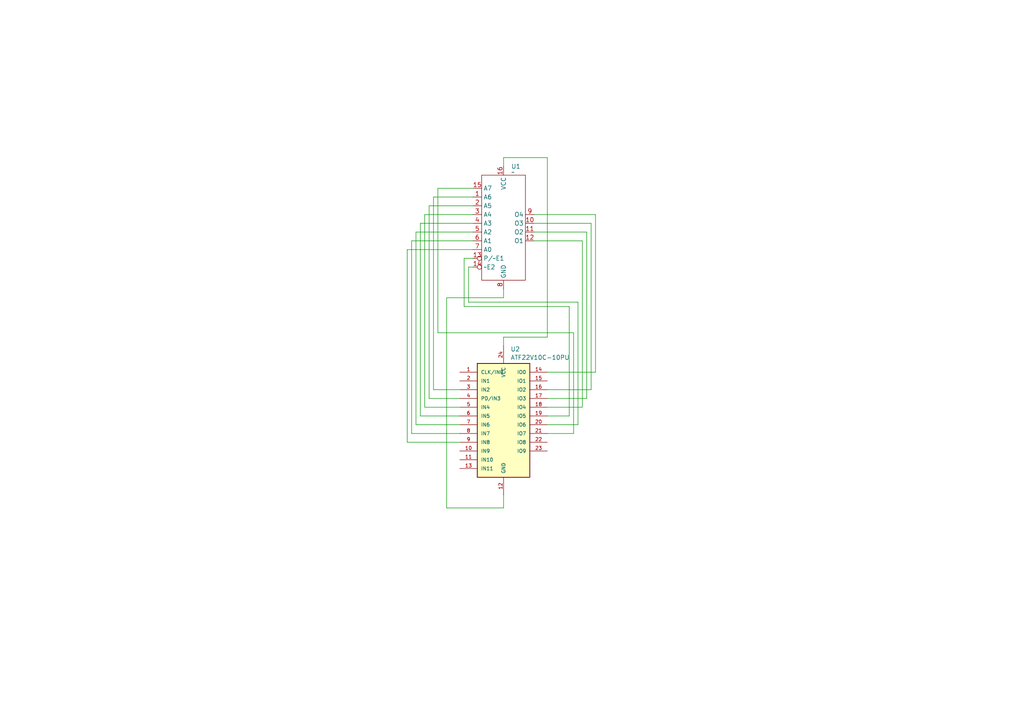
<source format=kicad_sch>
(kicad_sch (version 20231120) (generator "eeschema") (generator_version "8.0")
  (paper "A4")
  (title_block (title "22V10 to 6301 biPROM") (date "2024-09-08") (rev "1.0"))
  (lib_symbols
    (symbol "ATF22V10C-10PU:ATF22V10C-10PU" (pin_names (offset 1.016))
      (property "Reference" "U" (at 2.286 17.018 0))
      (property "Value" "ATF22V10C-10PU" (at 1.27 -0.508 90))
      (symbol "ATF22V10C-10PU_0_0"
        (rectangle (start -7.62 15.24) (end 7.62 -17.78) (stroke (width 0.254)) (fill (type background)))
        (pin input line (at -12.7 12.7 0) (length 5.08) (name "CLK/IN0") (number "1"))
        (pin input line (at -12.7 -10.16 0) (length 5.08) (name "IN9") (number "10"))
        (pin input line (at -12.7 -12.7 0) (length 5.08) (name "IN10") (number "11"))
        (pin power_in line (at 0 -22.86 90) (length 5.08) (name "GND") (number "12"))
        (pin input line (at -12.7 -15.24 0) (length 5.08) (name "IN11") (number "13"))
        (pin bidirectional line (at 12.7 12.7 180) (length 5.08) (name "IO0") (number "14"))
        (pin bidirectional line (at 12.7 10.16 180) (length 5.08) (name "IO1") (number "15"))
        (pin bidirectional line (at 12.7 7.62 180) (length 5.08) (name "IO2") (number "16"))
        (pin bidirectional line (at 12.7 5.08 180) (length 5.08) (name "IO3") (number "17"))
        (pin bidirectional line (at 12.7 2.54 180) (length 5.08) (name "IO4") (number "18"))
        (pin bidirectional line (at 12.7 0 180) (length 5.08) (name "IO5") (number "19"))
        (pin input line (at -12.7 10.16 0) (length 5.08) (name "IN1") (number "2"))
        (pin bidirectional line (at 12.7 -2.54 180) (length 5.08) (name "IO6") (number "20"))
        (pin bidirectional line (at 12.7 -5.08 180) (length 5.08) (name "IO7") (number "21"))
        (pin bidirectional line (at 12.7 -7.62 180) (length 5.08) (name "IO8") (number "22"))
        (pin bidirectional line (at 12.7 -10.16 180) (length 5.08) (name "IO9") (number "23"))
        (pin power_in line (at 0 20.32 270) (length 5.08) (name "VCC") (number "24"))
        (pin input line (at -12.7 7.62 0) (length 5.08) (name "IN2") (number "3"))
        (pin input line (at -12.7 5.08 0) (length 5.08) (name "PD/IN3") (number "4"))
        (pin input line (at -12.7 2.54 0) (length 5.08) (name "IN4") (number "5"))
        (pin input line (at -12.7 0 0) (length 5.08) (name "IN5") (number "6"))
        (pin input line (at -12.7 -2.54 0) (length 5.08) (name "IN6") (number "7"))
        (pin input line (at -12.7 -5.08 0) (length 5.08) (name "IN7") (number "8"))
        (pin input line (at -12.7 -7.62 0) (length 5.08) (name "IN8") (number "9"))
      )
    )
    (symbol "biPROM:6301"
      (property "Reference" "U" (at 1.016 2.54 0))
      (symbol "6301_0_0"
        (pin input line (at -10.16 -5.08 0) (length 2.54) (name "A6") (number "1"))
        (pin output line (at 7.62 -12.7 180) (length 2.54) (name "O3") (number "10"))
        (pin output line (at 7.62 -15.24 180) (length 2.54) (name "O2") (number "11"))
        (pin output line (at 7.62 -17.78 180) (length 2.54) (name "O1") (number "12"))
        (pin input inverted (at -10.16 -22.86 0) (length 2.54) (name "P/~E1") (number "13"))
        (pin input inverted (at -10.16 -25.4 0) (length 2.54) (name "~E2") (number "14"))
        (pin input line (at -10.16 -2.54 0) (length 2.54) (name "A7") (number "15"))
        (pin power_in line (at -1.27 3.81 270) (length 2.54) (name "VCC") (number "16"))
        (pin input line (at -10.16 -7.62 0) (length 2.54) (name "A5") (number "2"))
        (pin input line (at -10.16 -10.16 0) (length 2.54) (name "A4") (number "3"))
        (pin input line (at -10.16 -12.7 0) (length 2.54) (name "A3") (number "4"))
        (pin input line (at -10.16 -15.24 0) (length 2.54) (name "A2") (number "5"))
        (pin input line (at -10.16 -17.78 0) (length 2.54) (name "A1") (number "6"))
        (pin input line (at -10.16 -20.32 0) (length 2.54) (name "A0") (number "7"))
        (pin power_in line (at -1.27 -31.75 90) (length 2.54) (name "GND") (number "8"))
        (pin output line (at 7.62 -10.16 180) (length 2.54) (name "O4") (number "9"))
      )
      (symbol "6301_0_1"
        (rectangle (start -7.62 1.27) (end 5.08 -29.21))
      )
    )
  )
  (wire (pts (xy 124.46 59.69) (xy 124.46 115.57)))
  (wire (pts (xy 146.05 48.26) (xy 146.05 45.72)))
  (wire (pts (xy 172.72 107.95) (xy 158.75 107.95)))
  (wire (pts (xy 166.37 125.73) (xy 158.75 125.73)))
  (wire (pts (xy 154.94 62.23) (xy 172.72 62.23)))
  (wire (pts (xy 172.72 62.23) (xy 172.72 107.95)))
  (wire (pts (xy 123.19 118.11) (xy 133.35 118.11)))
  (wire (pts (xy 127 96.52) (xy 166.37 96.52)))
  (wire (pts (xy 146.05 97.79) (xy 146.05 100.33)))
  (wire (pts (xy 168.91 118.11) (xy 158.75 118.11)))
  (wire (pts (xy 166.37 96.52) (xy 166.37 125.73)))
  (wire (pts (xy 127 54.61) (xy 127 96.52)))
  (wire (pts (xy 134.62 74.93) (xy 134.62 88.9)))
  (wire (pts (xy 146.05 86.36) (xy 129.54 86.36)))
  (wire (pts (xy 129.54 147.32) (xy 146.05 147.32)))
  (wire (pts (xy 168.91 69.85) (xy 168.91 118.11)))
  (wire (pts (xy 135.89 87.63) (xy 167.64 87.63)))
  (wire (pts (xy 137.16 72.39) (xy 118.11 72.39)))
  (wire (pts (xy 134.62 88.9) (xy 165.1 88.9)))
  (wire (pts (xy 146.05 147.32) (xy 146.05 143.51)))
  (wire (pts (xy 125.73 57.15) (xy 125.73 113.03)))
  (wire (pts (xy 165.1 120.65) (xy 158.75 120.65)))
  (wire (pts (xy 137.16 67.31) (xy 120.65 67.31)))
  (wire (pts (xy 137.16 64.77) (xy 121.92 64.77)))
  (wire (pts (xy 171.45 64.77) (xy 171.45 113.03)))
  (wire (pts (xy 137.16 54.61) (xy 127 54.61)))
  (wire (pts (xy 167.64 87.63) (xy 167.64 123.19)))
  (wire (pts (xy 158.75 45.72) (xy 158.75 97.79)))
  (wire (pts (xy 121.92 120.65) (xy 133.35 120.65)))
  (wire (pts (xy 137.16 69.85) (xy 119.38 69.85)))
  (wire (pts (xy 158.75 97.79) (xy 146.05 97.79)))
  (wire (pts (xy 137.16 57.15) (xy 125.73 57.15)))
  (wire (pts (xy 165.1 88.9) (xy 165.1 120.65)))
  (wire (pts (xy 170.18 67.31) (xy 170.18 115.57)))
  (wire (pts (xy 124.46 115.57) (xy 133.35 115.57)))
  (wire (pts (xy 137.16 59.69) (xy 124.46 59.69)))
  (wire (pts (xy 135.89 77.47) (xy 135.89 87.63)))
  (wire (pts (xy 154.94 64.77) (xy 171.45 64.77)))
  (wire (pts (xy 121.92 64.77) (xy 121.92 120.65)))
  (wire (pts (xy 125.73 113.03) (xy 133.35 113.03)))
  (wire (pts (xy 146.05 45.72) (xy 158.75 45.72)))
  (wire (pts (xy 137.16 74.93) (xy 134.62 74.93)))
  (wire (pts (xy 120.65 123.19) (xy 133.35 123.19)))
  (wire (pts (xy 120.65 67.31) (xy 120.65 123.19)))
  (wire (pts (xy 167.64 123.19) (xy 158.75 123.19)))
  (wire (pts (xy 146.05 83.82) (xy 146.05 86.36)))
  (wire (pts (xy 129.54 86.36) (xy 129.54 147.32)))
  (wire (pts (xy 118.11 128.27) (xy 133.35 128.27)))
  (wire (pts (xy 154.94 67.31) (xy 170.18 67.31)))
  (wire (pts (xy 154.94 69.85) (xy 168.91 69.85)))
  (wire (pts (xy 119.38 69.85) (xy 119.38 125.73)))
  (wire (pts (xy 118.11 72.39) (xy 118.11 128.27)))
  (wire (pts (xy 137.16 62.23) (xy 123.19 62.23)))
  (wire (pts (xy 137.16 77.47) (xy 135.89 77.47)))
  (wire (pts (xy 171.45 113.03) (xy 158.75 113.03)))
  (wire (pts (xy 170.18 115.57) (xy 158.75 115.57)))
  (wire (pts (xy 119.38 125.73) (xy 133.35 125.73)))
  (wire (pts (xy 123.19 62.23) (xy 123.19 118.11)))
  (symbol (lib_id "ATF22V10C-10PU:ATF22V10C-10PU") (at 146.05 120.65 0) (unit 1)
    (property "Reference" "U2" (at 148.0694 101.2655 0) (effects (justify left)))
    (property "Value" "ATF22V10C-10PU" (at 148.0694 103.6898 0) (effects (justify left)))
    (property "Footprint" "Package_DIP:DIP-24_W7.62mm" (effects (hide yes)))
  )
  (symbol (lib_id "biPROM:6301") (at 147.32 52.07 0) (unit 1)
    (property "Reference" "U1" (at 148.2441 48.2685 0) (effects (justify left)))
    (property "Value" "~" (at 148.2441 49.9499 0) (effects (justify left)))
    (property "Footprint" "Package_DIP:DIP-16_W7.62mm" (effects (hide yes)))
  )
)
</source>
